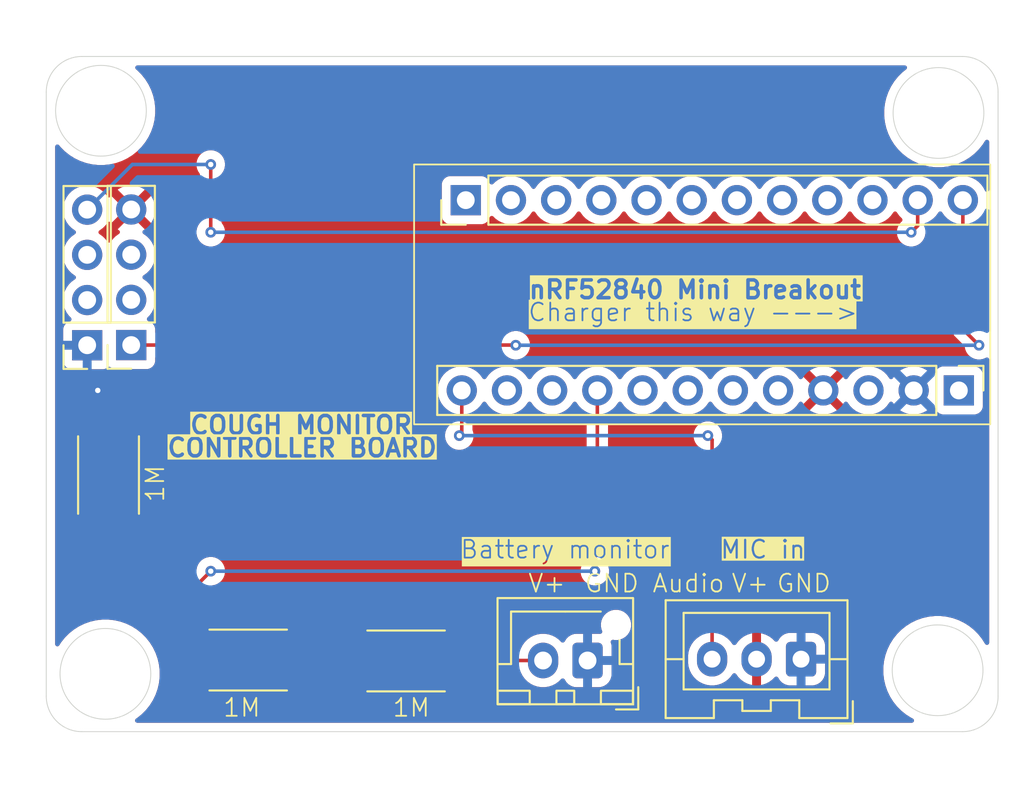
<source format=kicad_pcb>
(kicad_pcb (version 20241229) (generator "pcbnew") (generator_version "9.0")
  (layers (0 "F.Cu" signal) (2 "B.Cu" signal) (13 "F.Paste" user) (15 "B.Paste" user) (5 "F.SilkS" user "F.Silkscreen") (7 "B.SilkS" user "B.Silkscreen") (1 "F.Mask" user) (3 "B.Mask" user) (25 "Edge.Cuts" user))
  (net 0 "")
  (net 6 "/Rx")
  (net 9 "/Tx")
  (net 14 "VCC")
  (net 16 "GND")
  (net 18 "/BatteryIN")
  (net 21 "/Audio")
  (net 29 "Net-(J6-Pin_2)")
  (net 30 "Net-(R1-Pad1)")
  (footprint "Connector_PinHeader_2.54mm:PinHeader_1x12_P2.54mm_Vertical" (layer "F.Cu") (at 246.52 121.92 -90)
    (property "Reference" "J2" (hide yes))
    (property "Value" "Conn_01x12_Socket" (hide yes))
    (fp_line (start -1.38 29.32) (end 1.38 29.32) (stroke (width 0.12)) (layer "F.SilkS"))
    (fp_line (start -1.38 1.27) (end -1.38 29.32) (stroke (width 0.12)) (layer "F.SilkS"))
    (fp_line (start -1.38 1.27) (end 1.38 1.27) (stroke (width 0.12)) (layer "F.SilkS"))
    (fp_line (start 1.38 1.27) (end 1.38 29.32) (stroke (width 0.12)) (layer "F.SilkS"))
    (fp_line (start -1.38 0) (end -1.38 -1.38) (stroke (width 0.12)) (layer "F.SilkS"))
    (fp_line (start -1.38 -1.38) (end 0 -1.38) (stroke (width 0.12)) (layer "F.SilkS"))
    (pad "1" thru_hole rect (at 0 0 270) (size 1.7 1.7) (drill 1) (layers "*.Cu" "*.Mask"))
    (pad "2" thru_hole circle (at 0 2.54 270) (size 1.7 1.7) (drill 1) (layers "*.Cu" "*.Mask") (net 16 "GND"))
    (pad "3" thru_hole circle (at 0 5.08 270) (size 1.7 1.7) (drill 1) (layers "*.Cu" "*.Mask"))
    (pad "4" thru_hole circle (at 0 7.62 270) (size 1.7 1.7) (drill 1) (layers "*.Cu" "*.Mask") (net 14 "VCC"))
    (pad "5" thru_hole circle (at 0 10.16 270) (size 1.7 1.7) (drill 1) (layers "*.Cu" "*.Mask"))
    (pad "6" thru_hole circle (at 0 12.7 270) (size 1.7 1.7) (drill 1) (layers "*.Cu" "*.Mask"))
    (pad "7" thru_hole circle (at 0 15.24 270) (size 1.7 1.7) (drill 1) (layers "*.Cu" "*.Mask"))
    (pad "8" thru_hole circle (at 0 17.78 270) (size 1.7 1.7) (drill 1) (layers "*.Cu" "*.Mask"))
    (pad "9" thru_hole circle (at 0 20.32 270) (size 1.7 1.7) (drill 1) (layers "*.Cu" "*.Mask") (net 18 "/BatteryIN"))
    (pad "10" thru_hole circle (at 0 22.86 270) (size 1.7 1.7) (drill 1) (layers "*.Cu" "*.Mask"))
    (pad "11" thru_hole circle (at 0 25.4 270) (size 1.7 1.7) (drill 1) (layers "*.Cu" "*.Mask"))
    (pad "12" thru_hole circle (at 0 27.94 270) (size 1.7 1.7) (drill 1) (layers "*.Cu" "*.Mask") (net 21 "/Audio"))
  )
  (footprint "Resistor_SMD:R_2512_6332Metric_Pad1.40x3.35mm_HandSolder" (layer "F.Cu") (at 215.45 137.125)
    (property "Reference" "R1" (hide yes))
    (property "Value" "1M" (hide yes))
    (fp_line (start -2.177064 -1.71) (end 2.177064 -1.71) (stroke (width 0.12)) (layer "F.SilkS"))
    (fp_line (start -2.177064 1.71) (end 2.177064 1.71) (stroke (width 0.12)) (layer "F.SilkS"))
    (pad "1" smd roundrect (at -3.05 0) (size 1.4 3.35) (layers "F.Cu" "F.Mask" "F.Paste") (roundrect_rratio 0.178571) (net 30 "Net-(R1-Pad1)"))
    (pad "2" smd roundrect (at 3.05 0) (size 1.4 3.35) (layers "F.Cu" "F.Mask" "F.Paste") (roundrect_rratio 0.178571) (net 29 "Net-(J6-Pin_2)"))
  )
  (footprint "Connector_JST:JST_XA_B03B-XASK-1_1x03_P2.50mm_Vertical" (layer "F.Cu") (at 237.65 137.025 180)
    (property "Reference" "J5" (hide yes))
    (property "Value" "Conn_01x03_Pin" (hide yes))
    (fp_line (start 7.61 3.31) (end 7.61 -3.31) (stroke (width 0.12)) (layer "F.SilkS"))
    (fp_line (start 7.61 0) (end 6.6 0) (stroke (width 0.12)) (layer "F.SilkS"))
    (fp_line (start 7.61 -3.31) (end 4.9 -3.31) (stroke (width 0.12)) (layer "F.SilkS"))
    (fp_line (start 6.6 2.6) (end 6.6 -1.7) (stroke (width 0.12)) (layer "F.SilkS"))
    (fp_line (start 6.6 -1.7) (end -1.6 -1.7) (stroke (width 0.12)) (layer "F.SilkS"))
    (fp_line (start 4.9 -2.31) (end 3.3 -2.31) (stroke (width 0.12)) (layer "F.SilkS"))
    (fp_line (start 4.9 -3.31) (end 4.9 -2.31) (stroke (width 0.12)) (layer "F.SilkS"))
    (fp_line (start 3.3 -2.31) (end 3.3 -2.91) (stroke (width 0.12)) (layer "F.SilkS"))
    (fp_line (start 3.3 -2.91) (end 1.7 -2.91) (stroke (width 0.12)) (layer "F.SilkS"))
    (fp_line (start 1.7 -2.31) (end 0.1 -2.31) (stroke (width 0.12)) (layer "F.SilkS"))
    (fp_line (start 1.7 -2.91) (end 1.7 -2.31) (stroke (width 0.12)) (layer "F.SilkS"))
    (fp_line (start 0.1 -2.31) (end 0.1 -3.31) (stroke (width 0.12)) (layer "F.SilkS"))
    (fp_line (start 0.1 -3.31) (end -2.61 -3.31) (stroke (width 0.12)) (layer "F.SilkS"))
    (fp_line (start -1.6 2.6) (end 6.6 2.6) (stroke (width 0.12)) (layer "F.SilkS"))
    (fp_line (start -1.6 -1.7) (end -1.6 2.6) (stroke (width 0.12)) (layer "F.SilkS"))
    (fp_line (start -1.66 -3.61) (end -2.91 -3.61) (stroke (width 0.12)) (layer "F.SilkS"))
    (fp_line (start -2.61 3.31) (end 7.61 3.31) (stroke (width 0.12)) (layer "F.SilkS"))
    (fp_line (start -2.61 0) (end -1.6 0) (stroke (width 0.12)) (layer "F.SilkS"))
    (fp_line (start -2.61 -3.31) (end -2.61 3.31) (stroke (width 0.12)) (layer "F.SilkS"))
    (fp_line (start -2.91 -3.61) (end -2.91 -2.36) (stroke (width 0.12)) (layer "F.SilkS"))
    (pad "1" thru_hole roundrect (at 0 0 180) (size 1.7 1.95) (drill 0.95) (layers "*.Cu" "*.Mask") (roundrect_rratio 0.147059) (net 16 "GND"))
    (pad "2" thru_hole oval (at 2.5 0 180) (size 1.7 1.95) (drill 0.95) (layers "*.Cu" "*.Mask") (net 14 "VCC"))
    (pad "3" thru_hole oval (at 5 0 180) (size 1.7 1.95) (drill 0.95) (layers "*.Cu" "*.Mask") (net 21 "/Audio"))
  )
  (footprint "Connector_JST:JST_XH_B2B-XH-AM_1x02_P2.50mm_Vertical" (layer "F.Cu") (at 225.65 137.1 180)
    (property "Reference" "J6" (hide yes))
    (property "Value" "Conn_01x02_Socket" (hide yes))
    (fp_line (start 5.05 -0.2) (end 4.3 -0.2) (stroke (width 0.12)) (layer "F.SilkS"))
    (fp_line (start 4.3 2.75) (end 1.25 2.75) (stroke (width 0.12)) (layer "F.SilkS"))
    (fp_line (start 4.3 -0.2) (end 4.3 2.75) (stroke (width 0.12)) (layer "F.SilkS"))
    (fp_line (start 1.25 2.75) (end -0.74 2.75) (stroke (width 0.12)) (layer "F.SilkS"))
    (fp_line (start -1.6 -2.75) (end -2.85 -2.75) (stroke (width 0.12)) (layer "F.SilkS"))
    (fp_line (start -1.8 -0.2) (end -1.8 1.14) (stroke (width 0.12)) (layer "F.SilkS"))
    (fp_line (start -2.55 -0.2) (end -1.8 -0.2) (stroke (width 0.12)) (layer "F.SilkS"))
    (fp_line (start -2.85 -2.75) (end -2.85 -1.5) (stroke (width 0.12)) (layer "F.SilkS"))
    (fp_rect (start 3.25 -2.45) (end 5.05 -1.7) (stroke (width 0.12)) (fill no) (layer "F.SilkS"))
    (fp_rect (start 0.75 -2.45) (end 1.75 -1.7) (stroke (width 0.12)) (fill no) (layer "F.SilkS"))
    (fp_rect (start -2.55 -2.45) (end -0.75 -1.7) (stroke (width 0.12)) (fill no) (layer "F.SilkS"))
    (fp_rect (start -2.56 -2.46) (end 5.06 3.51) (stroke (width 0.12)) (fill no) (layer "F.SilkS"))
    (pad "" np_thru_hole circle (at -1.6 2 180) (size 1.2 1.2) (drill 1.2) (layers "*.Cu" "*.Mask"))
    (pad "1" thru_hole roundrect (at 0 0 180) (size 1.7 2) (drill 1) (layers "*.Cu" "*.Mask") (roundrect_rratio 0.147059) (net 16 "GND"))
    (pad "2" thru_hole oval (at 2.5 0 180) (size 1.7 2) (drill 1) (layers "*.Cu" "*.Mask") (net 29 "Net-(J6-Pin_2)"))
  )
  (footprint "Resistor_SMD:R_2512_6332Metric_Pad1.40x3.35mm_HandSolder" (layer "F.Cu") (at 198.725 126.675 -90)
    (property "Reference" "R3" (hide yes))
    (property "Value" "1M" (hide yes))
    (fp_line (start -2.177064 1.71) (end 2.177064 1.71) (stroke (width 0.12)) (layer "F.SilkS"))
    (fp_line (start -2.177064 -1.71) (end 2.177064 -1.71) (stroke (width 0.12)) (layer "F.SilkS"))
    (pad "1" smd roundrect (at -3.05 0 270) (size 1.4 3.35) (layers "F.Cu" "F.Mask" "F.Paste") (roundrect_rratio 0.178571) (net 16 "GND"))
    (pad "2" smd roundrect (at 3.05 0 270) (size 1.4 3.35) (layers "F.Cu" "F.Mask" "F.Paste") (roundrect_rratio 0.178571) (net 18 "/BatteryIN"))
  )
  (footprint "Resistor_SMD:R_2512_6332Metric_Pad1.40x3.35mm_HandSolder" (layer "F.Cu") (at 206.575 137.075)
    (property "Reference" "R2" (hide yes))
    (property "Value" "1M" (hide yes))
    (fp_line (start -2.177064 -1.71) (end 2.177064 -1.71) (stroke (width 0.12)) (layer "F.SilkS"))
    (fp_line (start -2.177064 1.71) (end 2.177064 1.71) (stroke (width 0.12)) (layer "F.SilkS"))
    (pad "1" smd roundrect (at -3.05 0) (size 1.4 3.35) (layers "F.Cu" "F.Mask" "F.Paste") (roundrect_rratio 0.178571) (net 18 "/BatteryIN"))
    (pad "2" smd roundrect (at 3.05 0) (size 1.4 3.35) (layers "F.Cu" "F.Mask" "F.Paste") (roundrect_rratio 0.178571) (net 30 "Net-(R1-Pad1)"))
  )
  (footprint "Connector_PinSocket_2.54mm:PinSocket_1x04_P2.54mm_Vertical" (layer "F.Cu") (at 197.525 119.38 180)
    (property "Reference" "J3" (hide yes))
    (property "Value" "Conn_01x04_Socket" (hide yes))
    (fp_line (start 1.33 1.27) (end 1.33 8.95) (stroke (width 0.12)) (layer "F.SilkS"))
    (fp_line (start 1.33 -1.33) (end 1.33 0) (stroke (width 0.12)) (layer "F.SilkS"))
    (fp_line (start 0 -1.33) (end 1.33 -1.33) (stroke (width 0.12)) (layer "F.SilkS"))
    (fp_line (start -1.33 8.95) (end 1.33 8.95) (stroke (width 0.12)) (layer "F.SilkS"))
    (fp_line (start -1.33 1.27) (end 1.33 1.27) (stroke (width 0.12)) (layer "F.SilkS"))
    (fp_line (start -1.33 1.27) (end -1.33 8.95) (stroke (width 0.12)) (layer "F.SilkS"))
    (pad "1" thru_hole rect (at 0 0 180) (size 1.7 1.7) (drill 1) (layers "*.Cu" "*.Mask") (net 16 "GND"))
    (pad "2" thru_hole circle (at 0 2.54 180) (size 1.7 1.7) (drill 1) (layers "*.Cu" "*.Mask"))
    (pad "3" thru_hole circle (at 0 5.08 180) (size 1.7 1.7) (drill 1) (layers "*.Cu" "*.Mask"))
    (pad "4" thru_hole circle (at 0 7.62 180) (size 1.7 1.7) (drill 1) (layers "*.Cu" "*.Mask") (net 6 "/Rx"))
  )
  (footprint "Connector_PinHeader_2.54mm:PinHeader_1x12_P2.54mm_Vertical" (layer "F.Cu") (at 218.805 111.225 90)
    (property "Reference" "J1" (hide yes))
    (property "Value" "Conn_01x12_Socket" (hide yes))
    (fp_line (start -1.38 -1.38) (end 0 -1.38) (stroke (width 0.12)) (layer "F.SilkS"))
    (fp_line (start -1.38 0) (end -1.38 -1.38) (stroke (width 0.12)) (layer "F.SilkS"))
    (fp_line (start 1.38 1.27) (end 1.38 29.32) (stroke (width 0.12)) (layer "F.SilkS"))
    (fp_line (start -1.38 1.27) (end 1.38 1.27) (stroke (width 0.12)) (layer "F.SilkS"))
    (fp_line (start -1.38 1.27) (end -1.38 29.32) (stroke (width 0.12)) (layer "F.SilkS"))
    (fp_line (start -1.38 29.32) (end 1.38 29.32) (stroke (width 0.12)) (layer "F.SilkS"))
    (pad "1" thru_hole rect (at 0 0 90) (size 1.7 1.7) (drill 1) (layers "*.Cu" "*.Mask"))
    (pad "2" thru_hole circle (at 0 2.54 90) (size 1.7 1.7) (drill 1) (layers "*.Cu" "*.Mask"))
    (pad "3" thru_hole circle (at 0 5.08 90) (size 1.7 1.7) (drill 1) (layers "*.Cu" "*.Mask"))
    (pad "4" thru_hole circle (at 0 7.62 90) (size 1.7 1.7) (drill 1) (layers "*.Cu" "*.Mask"))
    (pad "5" thru_hole circle (at 0 10.16 90) (size 1.7 1.7) (drill 1) (layers "*.Cu" "*.Mask"))
    (pad "6" thru_hole circle (at 0 12.7 90) (size 1.7 1.7) (drill 1) (layers "*.Cu" "*.Mask"))
    (pad "7" thru_hole circle (at 0 15.24 90) (size 1.7 1.7) (drill 1) (layers "*.Cu" "*.Mask"))
    (pad "8" thru_hole circle (at 0 17.78 90) (size 1.7 1.7) (drill 1) (layers "*.Cu" "*.Mask"))
    (pad "9" thru_hole circle (at 0 20.32 90) (size 1.7 1.7) (drill 1) (layers "*.Cu" "*.Mask"))
    (pad "10" thru_hole circle (at 0 22.86 90) (size 1.7 1.7) (drill 1) (layers "*.Cu" "*.Mask"))
    (pad "11" thru_hole circle (at 0 25.4 90) (size 1.7 1.7) (drill 1) (layers "*.Cu" "*.Mask") (net 6 "/Rx"))
    (pad "12" thru_hole circle (at 0 27.94 90) (size 1.7 1.7) (drill 1) (layers "*.Cu" "*.Mask") (net 9 "/Tx"))
  )
  (footprint "Connector_PinSocket_2.54mm:PinSocket_1x04_P2.54mm_Vertical" (layer "F.Cu") (at 200 119.37 180)
    (property "Reference" "J4" (hide yes))
    (property "Value" "Conn_01x04_Socket" (hide yes))
    (fp_line (start 1.33 1.27) (end 1.33 8.95) (stroke (width 0.12)) (layer "F.SilkS"))
    (fp_line (start 1.33 -1.33) (end 1.33 0) (stroke (width 0.12)) (layer "F.SilkS"))
    (fp_line (start 0 -1.33) (end 1.33 -1.33) (stroke (width 0.12)) (layer "F.SilkS"))
    (fp_line (start -1.33 8.95) (end 1.33 8.95) (stroke (width 0.12)) (layer "F.SilkS"))
    (fp_line (start -1.33 1.27) (end 1.33 1.27) (stroke (width 0.12)) (layer "F.SilkS"))
    (fp_line (start -1.33 1.27) (end -1.33 8.95) (stroke (width 0.12)) (layer "F.SilkS"))
    (pad "1" thru_hole rect (at 0 0 180) (size 1.7 1.7) (drill 1) (layers "*.Cu" "*.Mask") (net 9 "/Tx"))
    (pad "2" thru_hole circle (at 0 2.54 180) (size 1.7 1.7) (drill 1) (layers "*.Cu" "*.Mask"))
    (pad "3" thru_hole circle (at 0 5.08 180) (size 1.7 1.7) (drill 1) (layers "*.Cu" "*.Mask"))
    (pad "4" thru_hole circle (at 0 7.62 180) (size 1.7 1.7) (drill 1) (layers "*.Cu" "*.Mask") (net 14 "VCC"))
  )
  (gr_rect (start 215.9 109.22) (end 248.285 123.825) (stroke (width 0.1)) (fill no) (layer "F.SilkS"))
  (gr_arc (start 246.725 103.15) (mid 248.139214 103.735786) (end 248.725 105.15) (stroke (width 0.05)) (layer "Edge.Cuts"))
  (gr_line (start 246.725 141.1) (end 197.225 141.1) (stroke (width 0.05)) (layer "Edge.Cuts"))
  (gr_line (start 248.725 105.15) (end 248.725 139.1) (stroke (width 0.05)) (layer "Edge.Cuts"))
  (gr_line (start 195.225 139.1) (end 195.225 105.15) (stroke (width 0.05)) (layer "Edge.Cuts"))
  (gr_arc (start 248.725 139.1) (mid 248.139214 140.514214) (end 246.725 141.1) (stroke (width 0.05)) (layer "Edge.Cuts"))
  (gr_circle (center 198.3 106.2) (end 195.75 106.2) (stroke (width 0.05)) (fill no) (layer "Edge.Cuts"))
  (gr_arc (start 197.225 141.1) (mid 195.810786 140.514214) (end 195.225 139.1) (stroke (width 0.05)) (layer "Edge.Cuts"))
  (gr_circle (center 245.375 106.325) (end 242.825 106.325) (stroke (width 0.05)) (fill no) (layer "Edge.Cuts"))
  (gr_line (start 197.225 103.15) (end 246.725 103.15) (stroke (width 0.05)) (layer "Edge.Cuts"))
  (gr_circle (center 198.55 137.85) (end 196 137.85) (stroke (width 0.05)) (fill no) (layer "Edge.Cuts"))
  (gr_arc (start 195.225 105.15) (mid 195.810786 103.735786) (end 197.225 103.15) (stroke (width 0.05)) (layer "Edge.Cuts"))
  (gr_circle (center 245.325 137.65) (end 242.775 137.65) (stroke (width 0.05)) (fill no) (layer "Edge.Cuts"))
  (gr_text "V+" (at 222.25 133.35 0) (layer "F.SilkS") (effects (font (size 1 1) (thickness 0.1)) (justify left bottom)))
  (gr_text "Charger this way --->" (at 222.25 118.11 0) (layer "F.SilkS" knockout) (effects (font (size 1 1) (thickness 0.1)) (justify left bottom)))
  (gr_text "COUGH MONITOR" (at 209.55 124.46 0) (layer "F.SilkS" knockout) (effects (font (size 1 1) (thickness 0.2) (bold yes)) (justify bottom)))
  (gr_text "CONTROLLER BOARD" (at 201.93 125.73 0) (layer "F.SilkS" knockout) (effects (font (size 1 1) (thickness 0.2) (bold yes)) (justify left bottom)))
  (gr_text "1M" (at 205.105 140.335 0) (layer "F.SilkS") (effects (font (size 1 1) (thickness 0.1)) (justify left bottom)))
  (gr_text "Battery monitor" (at 218.44 131.445 0) (layer "F.SilkS" knockout) (effects (font (size 1 1) (thickness 0.1)) (justify left bottom)))
  (gr_text "MIC in" (at 233.045 131.445 0) (layer "F.SilkS" knockout) (effects (font (size 1 1) (thickness 0.125)) (justify left bottom)))
  (gr_text "1M" (at 214.63 140.335 0) (layer "F.SilkS") (effects (font (size 1 1) (thickness 0.1)) (justify left bottom)))
  (gr_text "Audio" (at 229.235 133.35 0) (layer "F.SilkS") (effects (font (size 1 1) (thickness 0.1)) (justify left bottom)))
  (gr_text "GND" (at 225.425 133.35 0) (layer "F.SilkS") (effects (font (size 1 1) (thickness 0.1)) (justify left bottom)))
  (gr_text "V+" (at 233.68 133.35 0) (layer "F.SilkS") (effects (font (size 1 1) (thickness 0.1)) (justify left bottom)))
  (gr_text "1M" (at 201.93 128.27 90) (layer "F.SilkS") (effects (font (size 1 1) (thickness 0.1)) (justify left bottom)))
  (gr_text "nRF52840 Mini Breakout" (at 222.25 116.84 0) (layer "F.SilkS" knockout) (effects (font (size 1 1) (thickness 0.2) (bold yes)) (justify left bottom)))
  (gr_text "GND" (at 236.22 133.35 0) (layer "F.SilkS") (effects (font (size 1 1) (thickness 0.1)) (justify left bottom)))
  (segment (start 244.205 111.225) (end 244.205 112.665) (width 0.2) (layer "F.Cu") (net 6))
  (segment (start 244.205 112.665) (end 243.84 113.03) (width 0.2) (layer "F.Cu") (net 6))
  (segment (start 204.47 113.03) (end 204.47 109.22) (width 0.2) (layer "F.Cu") (net 6))
  (via (at 204.47 109.22) (size 0.6) (drill 0.3) (layers "F.Cu" "B.Cu") (net 6))
  (via (at 243.84 113.03) (size 0.6) (drill 0.3) (layers "F.Cu" "B.Cu") (net 6))
  (via (at 204.47 113.03) (size 0.6) (drill 0.3) (layers "F.Cu" "B.Cu") (net 6))
  (segment (start 200.065 109.22) (end 197.525 111.76) (width 0.2) (layer "B.Cu") (net 6))
  (segment (start 204.47 109.22) (end 200.065 109.22) (width 0.2) (layer "B.Cu") (net 6))
  (segment (start 243.84 113.03) (end 204.47 113.03) (width 0.2) (layer "B.Cu") (net 6))
  (segment (start 247.65 119.38) (end 246.745 118.475) (width 0.2) (layer "F.Cu") (net 9))
  (segment (start 221.615 119.38) (end 221.605 119.37) (width 0.2) (layer "F.Cu") (net 9))
  (segment (start 221.605 119.37) (end 200 119.37) (width 0.2) (layer "F.Cu") (net 9))
  (segment (start 246.745 118.475) (end 246.745 111.225) (width 0.2) (layer "F.Cu") (net 9))
  (via (at 221.615 119.38) (size 0.6) (drill 0.3) (layers "F.Cu" "B.Cu") (net 9))
  (via (at 247.65 119.38) (size 0.6) (drill 0.3) (layers "F.Cu" "B.Cu") (net 9))
  (segment (start 247.65 119.38) (end 221.615 119.38) (width 0.2) (layer "B.Cu") (net 9))
  (segment (start 247.65 119.38) (end 247.64 119.37) (width 0.2) (layer "B.Cu") (net 9))
  (segment (start 247.635 119.395) (end 247.65 119.38) (width 0.2) (layer "B.Cu") (net 9))
  (segment (start 198.725 122.525) (end 198.12 121.92) (width 0.2) (layer "F.Cu") (net 16))
  (segment (start 198.725 123.625) (end 198.725 122.525) (width 0.2) (layer "F.Cu") (net 16))
  (via (at 198.12 121.92) (size 0.6) (drill 0.3) (layers "F.Cu" "B.Cu") (net 16))
  (segment (start 197.525 121.325) (end 197.525 119.38) (width 0.2) (layer "B.Cu") (net 16))
  (segment (start 198.12 121.92) (end 197.525 121.325) (width 0.2) (layer "B.Cu") (net 16))
  (segment (start 203.525 133.025) (end 204.47 132.08) (width 0.2) (layer "F.Cu") (net 18))
  (segment (start 226.06 132.08) (end 226.06 130.81) (width 0.2) (layer "F.Cu") (net 18))
  (segment (start 226.2 130.67) (end 226.2 121.85) (width 0.2) (layer "F.Cu") (net 18))
  (segment (start 203.525 137.075) (end 203.525 133.025) (width 0.2) (layer "F.Cu") (net 18))
  (segment (start 203.525 137.075) (end 203.525 134.525) (width 0.2) (layer "F.Cu") (net 18))
  (segment (start 203.525 134.525) (end 198.725 129.725) (width 0.2) (layer "F.Cu") (net 18))
  (segment (start 226.06 130.81) (end 226.2 130.67) (width 0.2) (layer "F.Cu") (net 18))
  (via (at 226.06 132.08) (size 0.6) (drill 0.3) (layers "F.Cu" "B.Cu") (net 18))
  (via (at 204.47 132.08) (size 0.6) (drill 0.3) (layers "F.Cu" "B.Cu") (net 18))
  (segment (start 204.47 132.08) (end 226.06 132.08) (width 0.2) (layer "B.Cu") (net 18))
  (segment (start 232.41 124.46) (end 232.65 124.7) (width 0.2) (layer "F.Cu") (net 21))
  (segment (start 218.58 124.32) (end 218.44 124.46) (width 0.2) (layer "F.Cu") (net 21))
  (segment (start 232.65 124.7) (end 232.65 137.025) (width 0.2) (layer "F.Cu") (net 21))
  (segment (start 218.58 121.85) (end 218.58 124.32) (width 0.2) (layer "F.Cu") (net 21))
  (via (at 232.41 124.46) (size 0.6) (drill 0.3) (layers "F.Cu" "B.Cu") (net 21))
  (via (at 218.44 124.46) (size 0.6) (drill 0.3) (layers "F.Cu" "B.Cu") (net 21))
  (segment (start 218.44 124.46) (end 232.41 124.46) (width 0.2) (layer "B.Cu") (net 21))
  (segment (start 223.15 137.1) (end 218.525 137.1) (width 0.2) (layer "F.Cu") (net 29))
  (segment (start 218.525 137.1) (end 218.5 137.125) (width 0.2) (layer "F.Cu") (net 29))
  (segment (start 209.675 137.125) (end 209.625 137.075) (width 0.2) (layer "F.Cu") (net 30))
  (segment (start 212.4 137.125) (end 209.675 137.125) (width 0.2) (layer "F.Cu") (net 30))
  (zone (net 14) (net_name "VCC") (layer "F.Cu") (connect_pads (clearance 0.5)) (min_thickness 0.25) (fill yes (thermal_gap 0.5) (thermal_bridge_width 0.5))
    (polygon (pts (xy 250.025 100.075) (xy 192.625 99.975) (xy 192.725 145.025) (xy 250.1 145.025)))
  )
  (zone (net 16) (net_name "GND") (layer "B.Cu") (priority 1) (connect_pads (clearance 0.5)) (min_thickness 0.25) (fill yes (thermal_gap 0.5) (thermal_bridge_width 0.5))
    (polygon (pts (xy 193.04 100.33) (xy 193.04 144.78) (xy 250.19 144.78) (xy 250.19 100.33)))
  )
)
</source>
